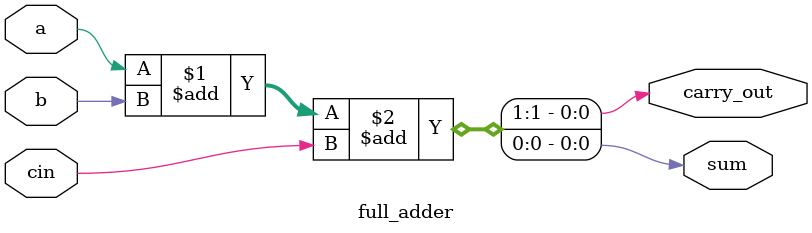
<source format=v>
module adder_8bit(
  input [7:0] a,
  input [7:0] b,
  input cin,
  output [7:0] sum,
  output cout
);

  wire [7:0] carry;
  wire [7:0] carry_out;

  // Instantiate 8 full adders
  // Connect the carry-in and carry-out signals appropriately
  full_adder fa0(a[0], b[0], cin, sum[0], carry[0]);
  full_adder fa1(a[1], b[1], carry[0], sum[1], carry[1]);
  full_adder fa2(a[2], b[2], carry[1], sum[2], carry[2]);
  full_adder fa3(a[3], b[3], carry[2], sum[3], carry[3]);
  full_adder fa4(a[4], b[4], carry[3], sum[4], carry[4]);
  full_adder fa5(a[5], b[5], carry[4], sum[5], carry[5]);
  full_adder fa6(a[6], b[6], carry[5], sum[6], carry[6]);
  full_adder fa7(a[7], b[7], carry[6], sum[7], carry_out[7]);

  // Assign the carry-out of the last full adder to cout
  assign cout = carry_out[7];

endmodule

module full_adder(
  input a,
  input b,
  input cin,
  output sum,
  output carry_out
);

  assign {carry_out, sum} = a + b + cin;

endmodule
</source>
